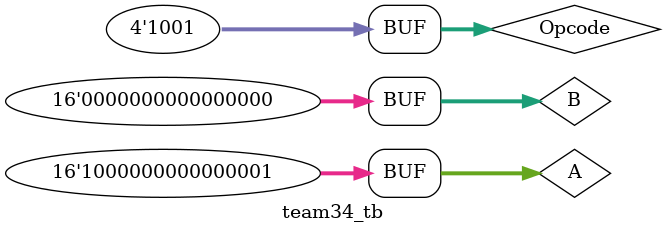
<source format=v>
`timescale 10fs / 1fs


module team34_tb;

	// Inputs
	reg signed [15:0] A;
	reg signed [15:0] B;
	reg [3:0] Opcode;

	// Outputs
	
	wire signed [15:0] print;
	wire ov;
	// Instantiate the Unit Under Test (UUT)
	project3 uut (
		.A(A), 
		.B(B), 
		.Opcode(Opcode), 
		.print(print),
		.ov(ov)
	);

	initial begin
	$display("This is a two 16 bit input calculator");
	$display("Team 34: Adam Perry, Sean Nichol, John Ogg and Andrew Raston");
	
	$display("\n Run Simulation...");
	$monitor("A:%d,B:%d,Opcode:%d, print:%d,ov:%b",A,B,Opcode,print,ov);
	
	
		// Initialize Inputs
		$display("\n --Addition--");
		Opcode = 0;
		A=36;     B=25; #100; 
	   A=12000;  B=12000; #100; 
		A=30000;  B=2500; #100; 
		A=32767;  B=5000; #100; 
		A=-32767;  B=1; #100; 
		
		$display("\n --Subtraction--");
		Opcode = 1;
		A=36;     B=25; #100; 
	   A=12000;  B=12000; #100; 
		A=30000;  B=2500; #100; 
		A=32000;  B=33000; #100; 
		A=-32767;  B=1; #100; 
		
		$display("\n --Multiplication--");
		Opcode = 2;
		A=36;     B=0; #100; 
	   A=-7000;  B=0; #100; 
		A=-326;  B=0; #100; 
		A=2000;  B=0; #100; 
		A=6533; B=0; #100; 
		
		$display("\n --Division--");
		Opcode = 3;
		A=36;     B=0; #100; 
	   A=-7000;  B=0; #100; 
		A=-326;  B=0; #100; 
		A=2000;  B=0; #100; 
		A=6533; B=0; #100; 
		
		$display("\n --Increase--");
		Opcode = 4;
		A=36;     B=0; #100; 
	   A=-7000;  B=0; #100; 
		A=-326;  B=0; #100; 
		A=2000;  B=0; #100; 
		A=32766; B=0; #100; 
		
		$display("\n --Decrease--");
		Opcode = 5;
		A=36;     B=0; #100; 
	   A=-7000;  B=0; #100; 
		A=-326;  B=0; #100; 
		A=2000;  B=0; #100; 
		A=-32767; B=0; #100; 
		
		$display("\n --Bit_and--");
		Opcode = 6;
		A=36;     B=25; #100; 
	   A=12000;  B=12000; #100; 
		A=30000;  B=2500; #100; 
		A=32000;  B=33000; #100; 
		A=-32767;  B=1; #100; 
		
		$display("\n --Bit_xor--");
		Opcode = 7;
		A=36;     B=25; #100; 
	   A=12000;  B=12000; #100; 
		A=30000;  B=2500; #100; 
		A=32000;  B=33000; #100; 
		A=-32767;  B=1; #100;  
		
		$display("\n --bit_or--");
		Opcode = 8;
		A=36;     B=25; #100; 
	   A=12000;  B=12000; #100; 
		A=30000;  B=2500; #100; 
		A=32000;  B=33000; #100; 
		A=-32767;  B=1; #100;  
		
		$display("\n --Complement--");
		Opcode = 9;
		A=36;     B=0; #100; 
	   A=12000;  B=0; #100; 
		A=30000;  B=0; #100; 
		A=32000;  B=0; #100; 
		A=-32767;  B=0; #100; 
		        
		// Add stimulus here

	end
      
endmodule


</source>
